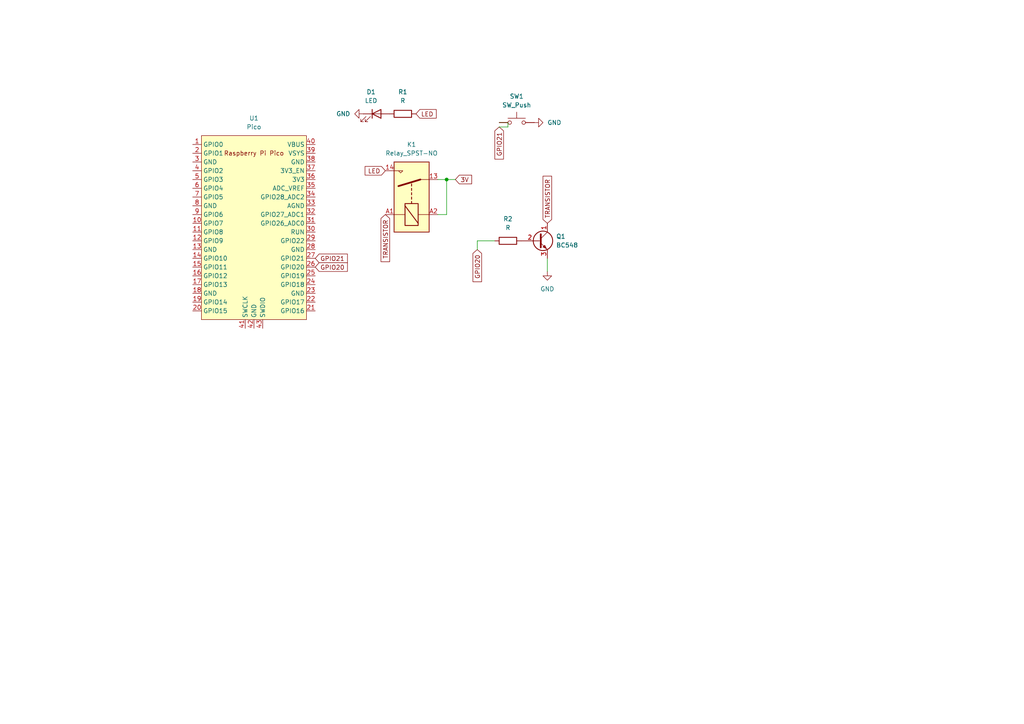
<source format=kicad_sch>
(kicad_sch (version 20231120) (generator "eeschema") (generator_version "8.0")
  (paper "A4")
  (lib_symbols
    (symbol "Device:LED" (pin_numbers hide) (pin_names (offset 1.016) hide)
      (property "Reference" "D" (at 0 2.54 0))
      (property "Value" "LED" (at 0 -2.54 0))
      (symbol "LED_0_1"
        (polyline (pts (xy -1.27 -1.27) (xy -1.27 1.27)) (stroke (width 0.254)))
        (polyline (pts (xy -1.27 0) (xy 1.27 0)))
        (polyline (pts (xy 1.27 -1.27) (xy 1.27 1.27) (xy -1.27 0) (xy 1.27 -1.27)) (stroke (width 0.254)))
        (polyline (pts (xy -3.048 -0.762) (xy -4.572 -2.286) (xy -3.81 -2.286) (xy -4.572 -2.286) (xy -4.572 -1.524)))
        (polyline (pts (xy -1.778 -0.762) (xy -3.302 -2.286) (xy -2.54 -2.286) (xy -3.302 -2.286) (xy -3.302 -1.524)))
      )
      (symbol "LED_1_1"
        (pin passive line (at -3.81 0 0) (length 2.54) (name "K") (number "1"))
        (pin passive line (at 3.81 0 180) (length 2.54) (name "A") (number "2"))
      )
    )
    (symbol "Device:R" (pin_numbers hide) (pin_names (offset 0))
      (property "Reference" "R" (at 2.032 0 90))
      (property "Value" "R" (at 0 0 90))
      (symbol "R_0_1"
        (rectangle (start -1.016 -2.54) (end 1.016 2.54) (stroke (width 0.254)))
      )
      (symbol "R_1_1"
        (pin passive line (at 0 3.81 270) (length 1.27) (name "~") (number "1"))
        (pin passive line (at 0 -3.81 90) (length 1.27) (name "~") (number "2"))
      )
    )
    (symbol "MCU_RaspberryPi_and_Boards:Pico"
      (property "Reference" "U" (at -13.97 27.94 0))
      (property "Value" "Pico" (at 0 19.05 0))
      (symbol "Pico_0_0"
        (text "Raspberry Pi Pico" (at 0 21.59 0) (effects (font (size 1.27 1.27))))
      )
      (symbol "Pico_0_1"
        (rectangle (start -15.24 26.67) (end 15.24 -26.67) (fill (type background)))
      )
      (symbol "Pico_1_1"
        (pin bidirectional line (at -17.78 24.13 0) (length 2.54) (name "GPIO0") (number "1"))
        (pin bidirectional line (at -17.78 1.27 0) (length 2.54) (name "GPIO7") (number "10"))
        (pin bidirectional line (at -17.78 -1.27 0) (length 2.54) (name "GPIO8") (number "11"))
        (pin bidirectional line (at -17.78 -3.81 0) (length 2.54) (name "GPIO9") (number "12"))
        (pin power_in line (at -17.78 -6.35 0) (length 2.54) (name "GND") (number "13"))
        (pin bidirectional line (at -17.78 -8.89 0) (length 2.54) (name "GPIO10") (number "14"))
        (pin bidirectional line (at -17.78 -11.43 0) (length 2.54) (name "GPIO11") (number "15"))
        (pin bidirectional line (at -17.78 -13.97 0) (length 2.54) (name "GPIO12") (number "16"))
        (pin bidirectional line (at -17.78 -16.51 0) (length 2.54) (name "GPIO13") (number "17"))
        (pin power_in line (at -17.78 -19.05 0) (length 2.54) (name "GND") (number "18"))
        (pin bidirectional line (at -17.78 -21.59 0) (length 2.54) (name "GPIO14") (number "19"))
        (pin bidirectional line (at -17.78 21.59 0) (length 2.54) (name "GPIO1") (number "2"))
        (pin bidirectional line (at -17.78 -24.13 0) (length 2.54) (name "GPIO15") (number "20"))
        (pin bidirectional line (at 17.78 -24.13 180) (length 2.54) (name "GPIO16") (number "21"))
        (pin bidirectional line (at 17.78 -21.59 180) (length 2.54) (name "GPIO17") (number "22"))
        (pin power_in line (at 17.78 -19.05 180) (length 2.54) (name "GND") (number "23"))
        (pin bidirectional line (at 17.78 -16.51 180) (length 2.54) (name "GPIO18") (number "24"))
        (pin bidirectional line (at 17.78 -13.97 180) (length 2.54) (name "GPIO19") (number "25"))
        (pin bidirectional line (at 17.78 -11.43 180) (length 2.54) (name "GPIO20") (number "26"))
        (pin bidirectional line (at 17.78 -8.89 180) (length 2.54) (name "GPIO21") (number "27"))
        (pin power_in line (at 17.78 -6.35 180) (length 2.54) (name "GND") (number "28"))
        (pin bidirectional line (at 17.78 -3.81 180) (length 2.54) (name "GPIO22") (number "29"))
        (pin power_in line (at -17.78 19.05 0) (length 2.54) (name "GND") (number "3"))
        (pin input line (at 17.78 -1.27 180) (length 2.54) (name "RUN") (number "30"))
        (pin bidirectional line (at 17.78 1.27 180) (length 2.54) (name "GPIO26_ADC0") (number "31"))
        (pin bidirectional line (at 17.78 3.81 180) (length 2.54) (name "GPIO27_ADC1") (number "32"))
        (pin power_in line (at 17.78 6.35 180) (length 2.54) (name "AGND") (number "33"))
        (pin bidirectional line (at 17.78 8.89 180) (length 2.54) (name "GPIO28_ADC2") (number "34"))
        (pin power_in line (at 17.78 11.43 180) (length 2.54) (name "ADC_VREF") (number "35"))
        (pin power_in line (at 17.78 13.97 180) (length 2.54) (name "3V3") (number "36"))
        (pin input line (at 17.78 16.51 180) (length 2.54) (name "3V3_EN") (number "37"))
        (pin bidirectional line (at 17.78 19.05 180) (length 2.54) (name "GND") (number "38"))
        (pin power_in line (at 17.78 21.59 180) (length 2.54) (name "VSYS") (number "39"))
        (pin bidirectional line (at -17.78 16.51 0) (length 2.54) (name "GPIO2") (number "4"))
        (pin power_in line (at 17.78 24.13 180) (length 2.54) (name "VBUS") (number "40"))
        (pin input line (at -2.54 -29.21 90) (length 2.54) (name "SWCLK") (number "41"))
        (pin power_in line (at 0 -29.21 90) (length 2.54) (name "GND") (number "42"))
        (pin bidirectional line (at 2.54 -29.21 90) (length 2.54) (name "SWDIO") (number "43"))
        (pin bidirectional line (at -17.78 13.97 0) (length 2.54) (name "GPIO3") (number "5"))
        (pin bidirectional line (at -17.78 11.43 0) (length 2.54) (name "GPIO4") (number "6"))
        (pin bidirectional line (at -17.78 8.89 0) (length 2.54) (name "GPIO5") (number "7"))
        (pin power_in line (at -17.78 6.35 0) (length 2.54) (name "GND") (number "8"))
        (pin bidirectional line (at -17.78 3.81 0) (length 2.54) (name "GPIO6") (number "9"))
      )
    )
    (symbol "Relay:Relay_SPST-NO"
      (property "Reference" "K" (at 11.43 3.81 0))
      (property "Value" "Relay_SPST-NO" (at 11.43 1.27 0))
      (symbol "Relay_SPST-NO_0_0"
        (polyline (pts (xy 7.62 5.08) (xy 7.62 2.54) (xy 6.985 3.175) (xy 7.62 3.81)))
      )
      (symbol "Relay_SPST-NO_0_1"
        (rectangle (start -10.16 5.08) (end 10.16 -5.08) (stroke (width 0.254)) (fill (type background)))
        (rectangle (start -8.255 1.905) (end -1.905 -1.905) (stroke (width 0.254)))
        (polyline (pts (xy -7.62 -1.905) (xy -2.54 1.905)) (stroke (width 0.254)))
        (polyline (pts (xy -5.08 -5.08) (xy -5.08 -1.905)))
        (polyline (pts (xy -5.08 5.08) (xy -5.08 1.905)))
        (polyline (pts (xy -1.905 0) (xy -1.27 0)) (stroke (width 0.254)))
        (polyline (pts (xy -0.635 0) (xy 0 0)) (stroke (width 0.254)))
        (polyline (pts (xy 0.635 0) (xy 1.27 0)) (stroke (width 0.254)))
        (polyline (pts (xy 1.905 0) (xy 2.54 0)) (stroke (width 0.254)))
        (polyline (pts (xy 3.175 0) (xy 3.81 0)) (stroke (width 0.254)))
        (polyline (pts (xy 5.08 -2.54) (xy 3.175 3.81)) (stroke (width 0.508)))
        (polyline (pts (xy 5.08 -2.54) (xy 5.08 -5.08)))
      )
      (symbol "Relay_SPST-NO_1_1"
        (pin passive line (at 5.08 -7.62 90) (length 2.54) (name "~") (number "13"))
        (pin passive line (at 7.62 7.62 270) (length 2.54) (name "~") (number "14"))
        (pin passive line (at -5.08 7.62 270) (length 2.54) (name "~") (number "A1"))
        (pin passive line (at -5.08 -7.62 90) (length 2.54) (name "~") (number "A2"))
      )
    )
    (symbol "Switch:SW_Push" (pin_numbers hide) (pin_names (offset 1.016) hide)
      (property "Reference" "SW" (at 1.27 2.54 0))
      (property "Value" "SW_Push" (at 0 -1.524 0))
      (symbol "SW_Push_0_1"
        (circle (center -2.032 0) (radius 0.508))
        (polyline (pts (xy 0 1.27) (xy 0 3.048)))
        (polyline (pts (xy 2.54 1.27) (xy -2.54 1.27)))
        (circle (center 2.032 0) (radius 0.508))
        (pin passive line (at -5.08 0 0) (length 2.54) (name "1") (number "1"))
        (pin passive line (at 5.08 0 180) (length 2.54) (name "2") (number "2"))
      )
    )
    (symbol "Transistor_BJT:BC548" (pin_names (offset 0) hide)
      (property "Reference" "Q" (at 5.08 1.905 0))
      (property "Value" "BC548" (at 5.08 0 0))
      (symbol "BC548_0_1"
        (polyline (pts (xy 0 0) (xy 0.635 0)))
        (polyline (pts (xy 0.635 0.635) (xy 2.54 2.54)))
        (polyline (pts (xy 0.635 -0.635) (xy 2.54 -2.54) (xy 2.54 -2.54)))
        (polyline (pts (xy 0.635 1.905) (xy 0.635 -1.905) (xy 0.635 -1.905)) (stroke (width 0.508)))
        (polyline (pts (xy 1.27 -1.778) (xy 1.778 -1.27) (xy 2.286 -2.286) (xy 1.27 -1.778) (xy 1.27 -1.778)) (fill (type outline)))
        (circle (center 1.27 0) (radius 2.8194) (stroke (width 0.254)))
      )
      (symbol "BC548_1_1"
        (pin passive line (at 2.54 5.08 270) (length 2.54) (name "C") (number "1"))
        (pin input line (at -5.08 0 0) (length 5.08) (name "B") (number "2"))
        (pin passive line (at 2.54 -5.08 90) (length 2.54) (name "E") (number "3"))
      )
    )
    (symbol "power:GND" (power) (pin_numbers hide) (pin_names (offset 0) hide)
      (property "Value" "GND" (at 0 -3.81 0))
      (symbol "GND_0_1"
        (polyline (pts (xy 0 0) (xy 0 -1.27) (xy 1.27 -1.27) (xy 0 -2.54) (xy -1.27 -1.27) (xy 0 -1.27)))
      )
      (symbol "GND_1_1"
        (pin power_in line (at 0 0 270) (length 0) (name "~") (number "1"))
      )
    )
  )
  (junction (at 129.54 52.07))
  (wire (pts (xy 144.78 35.56) (xy 147.32 35.56)))
  (wire (pts (xy 129.54 52.07) (xy 129.54 62.23)))
  (wire (pts (xy 147.32 36.83) (xy 144.78 36.83)))
  (wire (pts (xy 132.08 52.07) (xy 129.54 52.07)))
  (wire (pts (xy 147.32 35.56) (xy 147.32 36.83)))
  (wire (pts (xy 138.43 69.85) (xy 138.43 72.39)))
  (wire (pts (xy 127 62.23) (xy 129.54 62.23)))
  (wire (pts (xy 143.51 69.85) (xy 138.43 69.85)))
  (wire (pts (xy 129.54 52.07) (xy 127 52.07)))
  (wire (pts (xy 158.75 74.93) (xy 158.75 78.74)))
  (global_label "LED" (shape input) (at 120.65 33.02 0) (property "Intersheetrefs" "${INTERSHEET_REFS}" (effects (hide yes))))
  (global_label "TRANSISTOR" (shape input) (at 158.75 64.77 90) (property "Intersheetrefs" "${INTERSHEET_REFS}" (effects (hide yes))))
  (global_label "GPIO20" (shape input) (at 91.44 77.47 0) (property "Intersheetrefs" "${INTERSHEET_REFS}" (effects (hide yes))))
  (global_label "GPIO21" (shape input) (at 91.44 74.93 0) (property "Intersheetrefs" "${INTERSHEET_REFS}" (effects (hide yes))))
  (global_label "LED" (shape input) (at 111.76 49.53 180) (property "Intersheetrefs" "${INTERSHEET_REFS}" (effects (hide yes))))
  (global_label "GPIO21" (shape input) (at 144.78 36.83 270) (property "Intersheetrefs" "${INTERSHEET_REFS}" (effects (hide yes))))
  (global_label "TRANSISTOR" (shape input) (at 111.76 62.23 270) (property "Intersheetrefs" "${INTERSHEET_REFS}" (effects (hide yes))))
  (global_label "3V" (shape input) (at 132.08 52.07 0) (property "Intersheetrefs" "${INTERSHEET_REFS}" (effects (hide yes))))
  (global_label "GPIO20" (shape input) (at 138.43 72.39 270) (property "Intersheetrefs" "${INTERSHEET_REFS}" (effects (hide yes))))
  (symbol (lib_id "power:GND") (at 154.94 35.56 90) (unit 1)
    (property "Reference" "#PWR02" (effects (hide yes)))
    (property "Value" "GND" (at 158.75 35.5599 90) (effects (justify right)))
    (property "Description" "Power symbol creates a global label with name \"GND\" , ground" (effects (hide yes)))
  )
  (symbol (lib_id "Switch:SW_Push") (at 149.86 35.56 0) (unit 1)
    (property "Reference" "SW1" (at 149.86 27.94 0))
    (property "Value" "SW_Push" (at 149.86 30.48 0))
    (property "Footprint" "Button_Switch_SMD:SW_Push_1P1T_NO_CK_KMR2" (effects (hide yes)))
    (property "Description" "Push button switch, generic, two pins" (effects (hide yes)))
  )
  (symbol (lib_id "MCU_RaspberryPi_and_Boards:Pico") (at 73.66 66.04 0) (unit 1)
    (property "Reference" "U1" (at 73.66 34.29 0))
    (property "Value" "Pico" (at 73.66 36.83 0))
    (property "Footprint" "MCU_RaspberryPi_and_Boards:RPi_Pico_SMD_TH" (effects (hide yes)))
  )
  (symbol (lib_id "power:GND") (at 158.75 78.74 0) (unit 1)
    (property "Reference" "#PWR04" (effects (hide yes)))
    (property "Value" "GND" (at 158.75 83.82 0))
    (property "Description" "Power symbol creates a global label with name \"GND\" , ground" (effects (hide yes)))
  )
  (symbol (lib_id "Device:LED") (at 109.22 33.02 0) (unit 1)
    (property "Reference" "D1" (at 107.6325 26.67 0))
    (property "Value" "LED" (at 107.6325 29.21 0))
    (property "Footprint" "LED_THT:LED_D5.0mm_Horizontal_O6.35mm_Z15.0mm" (effects (hide yes)))
    (property "Description" "Light emitting diode" (effects (hide yes)))
  )
  (symbol (lib_id "power:GND") (at 105.41 33.02 270) (unit 1)
    (property "Reference" "#PWR01" (effects (hide yes)))
    (property "Value" "GND" (at 101.6 33.0199 90) (effects (justify right)))
    (property "Description" "Power symbol creates a global label with name \"GND\" , ground" (effects (hide yes)))
  )
  (symbol (lib_id "Device:R") (at 147.32 69.85 90) (unit 1)
    (property "Reference" "R2" (at 147.32 63.5 90))
    (property "Value" "R" (at 147.32 66.04 90))
    (property "Footprint" "Resistor_THT:R_Axial_DIN0204_L3.6mm_D1.6mm_P1.90mm_Vertical" (effects (hide yes)))
    (property "Description" "Resistor" (effects (hide yes)))
  )
  (symbol (lib_id "Transistor_BJT:BC548") (at 156.21 69.85 0) (unit 1)
    (property "Reference" "Q1" (at 161.29 68.5799 0) (effects (justify left)))
    (property "Value" "BC548" (at 161.29 71.1199 0) (effects (justify left)))
    (property "Footprint" "Package_TO_SOT_THT:TO-92_Inline" (effects (hide yes)))
    (property "Datasheet" "https://www.onsemi.com/pub/Collateral/BC550-D.pdf" (effects (hide yes)))
    (property "Description" "0.1A Ic, 30V Vce, Small Signal NPN Transistor, TO-92" (effects (hide yes)))
  )
  (symbol (lib_id "Relay:Relay_SPST-NO") (at 119.38 57.15 90) (unit 1)
    (property "Reference" "K1" (at 119.38 41.91 90))
    (property "Value" "Relay_SPST-NO" (at 119.38 44.45 90))
    (property "Footprint" "Relay_THT:Relay_SPDT_Schrack-RP-II-1-FormC_RM3.5mm" (effects (hide yes)))
    (property "Description" "Relay SPST, Normally Open, EN50005" (effects (hide yes)))
  )
  (symbol (lib_id "Device:R") (at 116.84 33.02 90) (unit 1)
    (property "Reference" "R1" (at 116.84 26.67 90))
    (property "Value" "R" (at 116.84 29.21 90))
    (property "Footprint" "Resistor_THT:R_Axial_DIN0204_L3.6mm_D1.6mm_P1.90mm_Vertical" (effects (hide yes)))
    (property "Description" "Resistor" (effects (hide yes)))
  )
)
</source>
